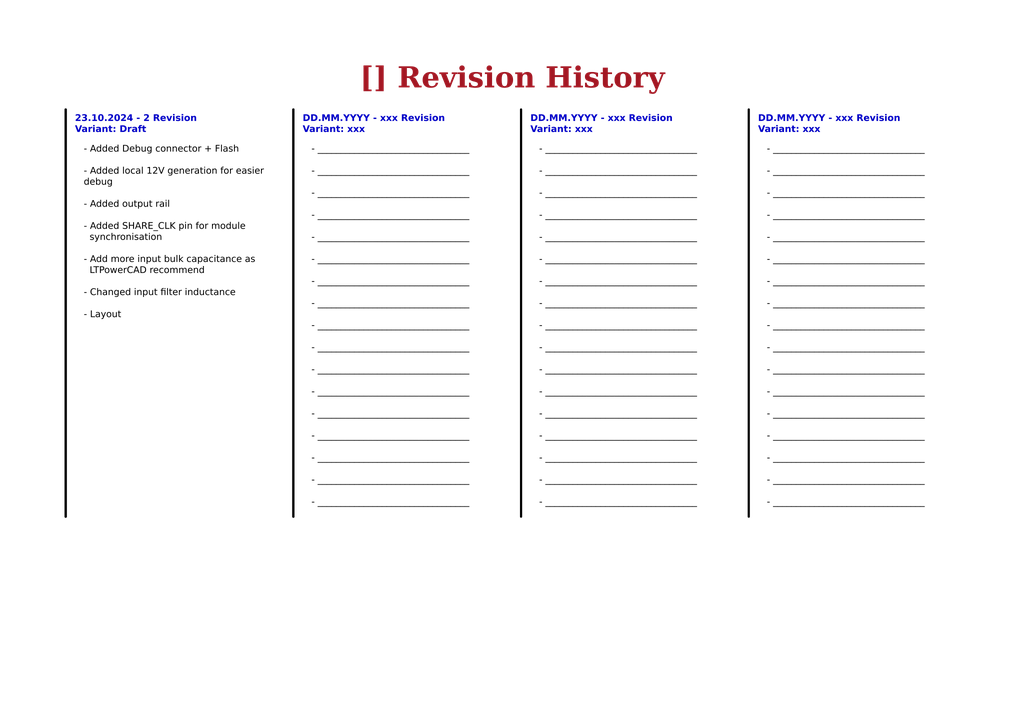
<source format=kicad_sch>
(kicad_sch
	(version 20231120)
	(generator "eeschema")
	(generator_version "8.0")
	(uuid "ea8c4f5e-7a49-4faf-a994-dbc85ed86b0a")
	(paper "A4")
	(title_block
		(title "Revision History")
		(date "Last Modified Date")
		(rev "${REVISION}")
		(company "${COMPANY}")
	)
	(lib_symbols)
	(polyline
		(pts
			(xy 19.05 31.75) (xy 19.05 149.86)
		)
		(stroke
			(width 0.635)
			(type default)
			(color 0 0 0 1)
		)
		(uuid "4849fe72-6429-4f5b-a9e6-56656658a37b")
	)
	(polyline
		(pts
			(xy 85.09 31.75) (xy 85.09 149.86)
		)
		(stroke
			(width 0.635)
			(type default)
			(color 0 0 0 1)
		)
		(uuid "5f29c90a-4bd5-401c-a0f6-a99df09914f4")
	)
	(polyline
		(pts
			(xy 85.09 31.75) (xy 85.09 149.86)
		)
		(stroke
			(width 0.635)
			(type default)
			(color 0 0 0 1)
		)
		(uuid "74018a10-ab58-4dc2-b4e6-376117e1ffc0")
	)
	(polyline
		(pts
			(xy 151.13 31.75) (xy 151.13 149.86)
		)
		(stroke
			(width 0.635)
			(type default)
			(color 0 0 0 1)
		)
		(uuid "a6b610d4-f09b-4d6e-ac67-0bb3d0e09fbe")
	)
	(polyline
		(pts
			(xy 19.05 31.75) (xy 19.05 149.86)
		)
		(stroke
			(width 0.635)
			(type default)
			(color 0 0 0 1)
		)
		(uuid "b271ef24-6836-4d14-b8f8-8568bc734aca")
	)
	(polyline
		(pts
			(xy 217.17 31.75) (xy 217.17 149.86)
		)
		(stroke
			(width 0.635)
			(type default)
			(color 0 0 0 1)
		)
		(uuid "fe21cbb6-f53c-41a1-bc1c-520e82f71f78")
	)
	(text_box "- _________________________________\n\n- _________________________________\n\n- _________________________________\n\n- _________________________________\n\n- _________________________________\n\n- _________________________________\n\n- _________________________________\n\n- _________________________________\n\n- _________________________________\n\n- _________________________________\n\n- _________________________________\n\n- _________________________________\n\n- _________________________________\n\n- _________________________________\n\n- _________________________________\n\n- _________________________________\n\n- _________________________________"
		(exclude_from_sim no)
		(at 220.98 40.64 0)
		(size 58.42 115.57)
		(stroke
			(width -0.0001)
			(type default)
		)
		(fill
			(type none)
		)
		(effects
			(font
				(face "Arial")
				(size 1.905 1.905)
				(color 0 0 0 1)
			)
			(justify left top)
		)
		(uuid "0c062e2b-2be1-4307-b752-045c211787f4")
	)
	(text_box "DD.MM.YYYY - xxx Revision\nVariant: xxx"
		(exclude_from_sim no)
		(at 86.36 31.75 0)
		(size 57.15 7.62)
		(stroke
			(width -0.0001)
			(type default)
		)
		(fill
			(type none)
		)
		(effects
			(font
				(face "Arial")
				(size 1.905 1.905)
				(thickness 0.254)
				(bold yes)
			)
			(justify left top)
		)
		(uuid "14f2d7b6-dcd6-4c43-91a3-c7a76690654c")
	)
	(text_box "[${#}] ${TITLE}"
		(exclude_from_sim no)
		(at 80.01 16.51 0)
		(size 137.16 12.7)
		(stroke
			(width -0.0001)
			(type default)
		)
		(fill
			(type none)
		)
		(effects
			(font
				(face "Times New Roman")
				(size 6 6)
				(thickness 1.2)
				(bold yes)
				(color 162 22 34 1)
			)
		)
		(uuid "20a0a094-ac98-46df-bdac-21d5721f7697")
	)
	(text_box "DD.MM.YYYY - xxx Revision\nVariant: xxx"
		(exclude_from_sim no)
		(at 152.4 31.75 0)
		(size 57.15 7.62)
		(stroke
			(width -0.0001)
			(type default)
		)
		(fill
			(type none)
		)
		(effects
			(font
				(face "Arial")
				(size 1.905 1.905)
				(thickness 0.254)
				(bold yes)
			)
			(justify left top)
		)
		(uuid "61447e65-3862-4ca7-a61e-5d8506cb38bb")
	)
	(text_box "- Added Debug connector + Flash\n\n- Added local 12V generation for easier debug\n\n- Added output rail \n\n- Added SHARE_CLK pin for module \n  synchronisation\n\n- Add more input bulk capacitance as \n  LTPowerCAD recommend\n\n- Changed input filter inductance\n\n- Layout \n\n"
		(exclude_from_sim no)
		(at 22.86 40.64 0)
		(size 58.42 115.57)
		(stroke
			(width -0.0001)
			(type default)
		)
		(fill
			(type none)
		)
		(effects
			(font
				(face "Arial")
				(size 1.905 1.905)
				(color 0 0 0 1)
			)
			(justify left top)
		)
		(uuid "7cea8527-91c8-47c3-a860-064e128bcffe")
	)
	(text_box "- _________________________________\n\n- _________________________________\n\n- _________________________________\n\n- _________________________________\n\n- _________________________________\n\n- _________________________________\n\n- _________________________________\n\n- _________________________________\n\n- _________________________________\n\n- _________________________________\n\n- _________________________________\n\n- _________________________________\n\n- _________________________________\n\n- _________________________________\n\n- _________________________________\n\n- _________________________________\n\n- _________________________________"
		(exclude_from_sim no)
		(at 154.94 40.64 0)
		(size 58.42 115.57)
		(stroke
			(width -0.0001)
			(type default)
		)
		(fill
			(type none)
		)
		(effects
			(font
				(face "Arial")
				(size 1.905 1.905)
				(color 0 0 0 1)
			)
			(justify left top)
		)
		(uuid "8ad0acb7-8a2e-40a2-87c7-888a93359ccd")
	)
	(text_box "23.10.2024 - 2 Revision\nVariant: Draft"
		(exclude_from_sim no)
		(at 20.32 31.75 0)
		(size 57.15 7.62)
		(stroke
			(width -0.0001)
			(type default)
		)
		(fill
			(type none)
		)
		(effects
			(font
				(face "Arial")
				(size 1.905 1.905)
				(thickness 0.254)
				(bold yes)
			)
			(justify left top)
		)
		(uuid "922c5813-4880-4ddf-ba01-939f72022a9d")
	)
	(text_box "- _________________________________\n\n- _________________________________\n\n- _________________________________\n\n- _________________________________\n\n- _________________________________\n\n- _________________________________\n\n- _________________________________\n\n- _________________________________\n\n- _________________________________\n\n- _________________________________\n\n- _________________________________\n\n- _________________________________\n\n- _________________________________\n\n- _________________________________\n\n- _________________________________\n\n- _________________________________\n\n- _________________________________"
		(exclude_from_sim no)
		(at 88.9 40.64 0)
		(size 58.42 115.57)
		(stroke
			(width -0.0001)
			(type default)
		)
		(fill
			(type none)
		)
		(effects
			(font
				(face "Arial")
				(size 1.905 1.905)
				(color 0 0 0 1)
			)
			(justify left top)
		)
		(uuid "cd63b456-8f62-4290-9191-6ad427c40f65")
	)
	(text_box "DD.MM.YYYY - xxx Revision\nVariant: xxx"
		(exclude_from_sim no)
		(at 218.44 31.75 0)
		(size 57.15 7.62)
		(stroke
			(width -0.0001)
			(type default)
		)
		(fill
			(type none)
		)
		(effects
			(font
				(face "Arial")
				(size 1.905 1.905)
				(thickness 0.254)
				(bold yes)
			)
			(justify left top)
		)
		(uuid "f47af890-f55a-44bf-b54f-b7df3adde008")
	)
)

</source>
